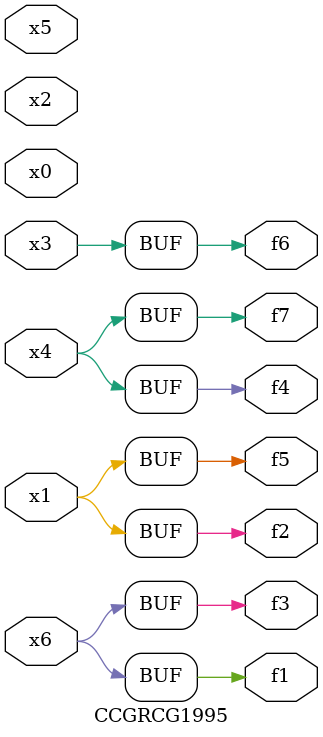
<source format=v>
module CCGRCG1995(
	input x0, x1, x2, x3, x4, x5, x6,
	output f1, f2, f3, f4, f5, f6, f7
);
	assign f1 = x6;
	assign f2 = x1;
	assign f3 = x6;
	assign f4 = x4;
	assign f5 = x1;
	assign f6 = x3;
	assign f7 = x4;
endmodule

</source>
